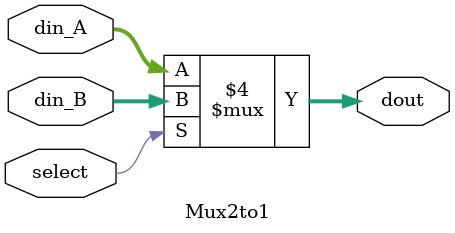
<source format=v>
module Mux2to1 (dout, din_A, din_B, select);
 output [31:0] dout;
 input [31:0] din_A, din_B;
 input select;
 reg [31:0] dout;

 always @(din_A or din_B or select)
 if (select == 1'b0)
 dout = din_A;
 else
 dout = din_B;

 endmodule
</source>
